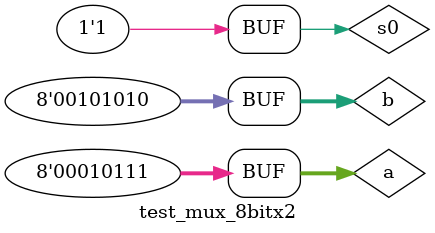
<source format=v>
module test_mux_8bitx2;
   reg  s0;
   reg 	[7:0] a, b;

   wire [7:0] s;

   multiplexeur_8bitx2 mux1(s0, a, b, s);

   initial
     begin
	$dumpfile("build/routing/signal/signal_mux.vcd");
	$dumpvars;
	$display("\t\ttime,\ts0, \ta,\tb, \ts");
	$monitor("%d \t%b \t%d \t%d \t%d", $time, s0, a, b, s);
	
	s0 = 0;
	a = 23;
	b = 42;
	#5;
	s0 = 1;
	a = 23;
	b = 42;
	#5;
     end
endmodule // test_mux_8bitx2


</source>
